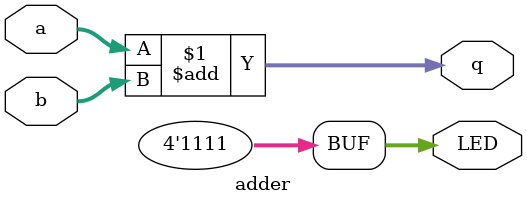
<source format=v>
module adder (a, b, q, LED);
	input [3:0] a, b;
	output [3:0] q;
	output [4:7] LED;
	
	assign q = a + b;
	assign LED = 4'b1111;
	
	endmodule
</source>
